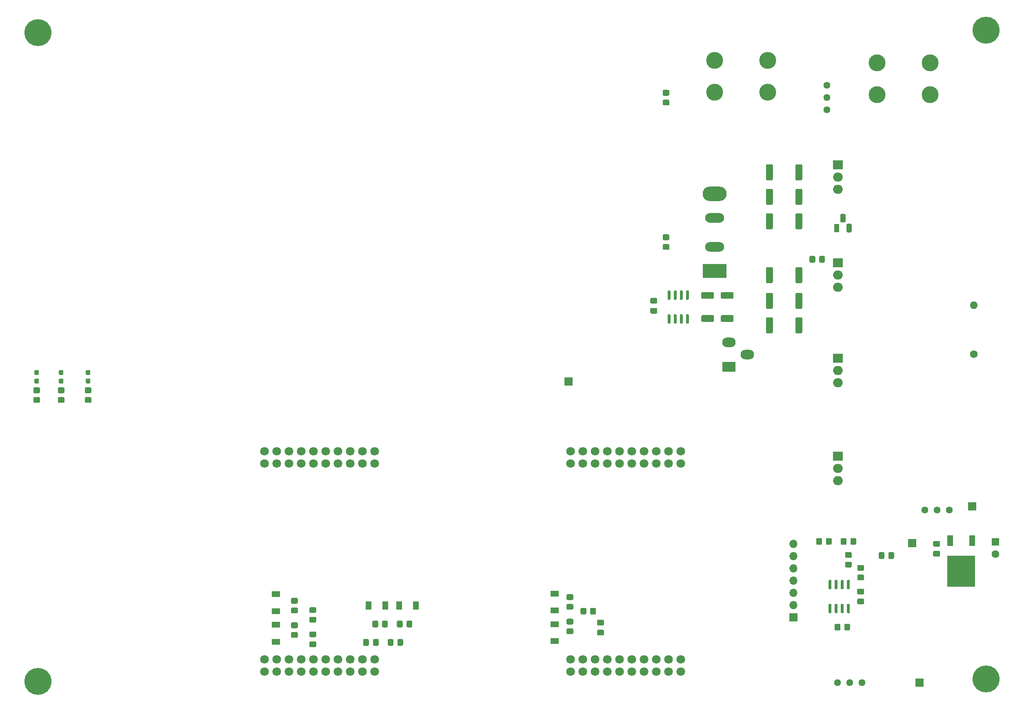
<source format=gbr>
%TF.GenerationSoftware,KiCad,Pcbnew,(5.1.12)-1*%
%TF.CreationDate,2021-11-16T18:17:41+08:00*%
%TF.ProjectId,CVModule,43564d6f-6475-46c6-952e-6b696361645f,rev?*%
%TF.SameCoordinates,Original*%
%TF.FileFunction,Soldermask,Top*%
%TF.FilePolarity,Negative*%
%FSLAX46Y46*%
G04 Gerber Fmt 4.6, Leading zero omitted, Abs format (unit mm)*
G04 Created by KiCad (PCBNEW (5.1.12)-1) date 2021-11-16 18:17:41*
%MOMM*%
%LPD*%
G01*
G04 APERTURE LIST*
%ADD10C,1.800000*%
%ADD11O,3.960000X1.980000*%
%ADD12O,5.000000X3.000000*%
%ADD13R,5.000000X3.000000*%
%ADD14O,2.000000X1.905000*%
%ADD15R,2.000000X1.905000*%
%ADD16R,1.700000X1.700000*%
%ADD17R,1.700000X1.300000*%
%ADD18R,1.600000X1.600000*%
%ADD19C,1.600000*%
%ADD20R,1.300000X1.700000*%
%ADD21C,5.600000*%
%ADD22C,3.600000*%
%ADD23O,1.700000X1.700000*%
%ADD24C,3.500000*%
%ADD25O,2.800000X2.000000*%
%ADD26R,2.800000X2.000000*%
%ADD27R,1.100000X1.800000*%
%ADD28O,1.600000X1.600000*%
%ADD29C,1.440000*%
%ADD30R,1.200000X2.200000*%
%ADD31R,5.800000X6.400000*%
G04 APERTURE END LIST*
D10*
%TO.C,U9*%
X95377001Y-168138501D03*
X97917001Y-168138501D03*
X100457001Y-168138501D03*
X102997001Y-168138501D03*
X105537001Y-168138501D03*
X108077001Y-168138501D03*
X110617001Y-168138501D03*
X113157001Y-168138501D03*
X115697001Y-168138501D03*
X118237001Y-168138501D03*
X95377001Y-165598501D03*
X97917001Y-165598501D03*
X100457001Y-165598501D03*
X102997001Y-165598501D03*
X105537001Y-165598501D03*
X108077001Y-165598501D03*
X110617001Y-165598501D03*
X113157001Y-165598501D03*
X115697001Y-165598501D03*
X118237001Y-165598501D03*
X100457001Y-122418501D03*
X115697001Y-124958501D03*
X97917001Y-122418501D03*
X110617001Y-124958501D03*
X113157001Y-124958501D03*
X95377001Y-124958501D03*
X105537001Y-122418501D03*
X95377001Y-122418501D03*
X118237001Y-124958501D03*
X108077001Y-124958501D03*
X102997001Y-122418501D03*
X108077001Y-122418501D03*
X102997001Y-124958501D03*
X115697001Y-122418501D03*
X105537001Y-124958501D03*
X113157001Y-122418501D03*
X97917001Y-124958501D03*
X100457001Y-124958501D03*
X118237001Y-122418501D03*
X110617001Y-122418501D03*
X179197001Y-124958501D03*
X163957001Y-122418501D03*
X166497001Y-122418501D03*
X174117001Y-124958501D03*
X171577001Y-124958501D03*
X181737001Y-124958501D03*
X158877001Y-122418501D03*
X169037001Y-122418501D03*
X158877001Y-124958501D03*
X176657001Y-124958501D03*
X161417001Y-122418501D03*
X181737001Y-122418501D03*
X163957001Y-124958501D03*
X161417001Y-124958501D03*
X174117001Y-122418501D03*
X163957001Y-165598501D03*
X179197001Y-168138501D03*
X161417001Y-165598501D03*
X174117001Y-168138501D03*
X176657001Y-168138501D03*
X158877001Y-168138501D03*
X169037001Y-165598501D03*
X158877001Y-165598501D03*
X181737001Y-168138501D03*
X171577001Y-168138501D03*
X166497001Y-165598501D03*
X171577001Y-165598501D03*
X166497001Y-168138501D03*
X179197001Y-165598501D03*
X169037001Y-168138501D03*
X176657001Y-165598501D03*
X161417001Y-168138501D03*
X163957001Y-168138501D03*
X181737001Y-165598501D03*
X174117001Y-165598501D03*
X179197001Y-122418501D03*
X169037001Y-124958501D03*
X166497001Y-124958501D03*
X171577001Y-122418501D03*
X176657001Y-122418501D03*
%TD*%
D11*
%TO.C,B1*%
X188792000Y-73962000D03*
D12*
X188792000Y-68962000D03*
D13*
X188792000Y-84962000D03*
D11*
X188792000Y-79962000D03*
%TD*%
D14*
%TO.C,Q5*%
X214376000Y-108204000D03*
X214376000Y-105664000D03*
D15*
X214376000Y-103124000D03*
%TD*%
D16*
%TO.C,TP12*%
X158496000Y-107950000D03*
%TD*%
%TO.C,R38*%
G36*
G01*
X159200001Y-160350000D02*
X158299999Y-160350000D01*
G75*
G02*
X158050000Y-160100001I0J249999D01*
G01*
X158050000Y-159399999D01*
G75*
G02*
X158299999Y-159150000I249999J0D01*
G01*
X159200001Y-159150000D01*
G75*
G02*
X159450000Y-159399999I0J-249999D01*
G01*
X159450000Y-160100001D01*
G75*
G02*
X159200001Y-160350000I-249999J0D01*
G01*
G37*
G36*
G01*
X159200001Y-158350000D02*
X158299999Y-158350000D01*
G75*
G02*
X158050000Y-158100001I0J249999D01*
G01*
X158050000Y-157399999D01*
G75*
G02*
X158299999Y-157150000I249999J0D01*
G01*
X159200001Y-157150000D01*
G75*
G02*
X159450000Y-157399999I0J-249999D01*
G01*
X159450000Y-158100001D01*
G75*
G02*
X159200001Y-158350000I-249999J0D01*
G01*
G37*
%TD*%
%TO.C,R37*%
G36*
G01*
X159200001Y-153270000D02*
X158299999Y-153270000D01*
G75*
G02*
X158050000Y-153020001I0J249999D01*
G01*
X158050000Y-152319999D01*
G75*
G02*
X158299999Y-152070000I249999J0D01*
G01*
X159200001Y-152070000D01*
G75*
G02*
X159450000Y-152319999I0J-249999D01*
G01*
X159450000Y-153020001D01*
G75*
G02*
X159200001Y-153270000I-249999J0D01*
G01*
G37*
G36*
G01*
X159200001Y-155270000D02*
X158299999Y-155270000D01*
G75*
G02*
X158050000Y-155020001I0J249999D01*
G01*
X158050000Y-154319999D01*
G75*
G02*
X158299999Y-154070000I249999J0D01*
G01*
X159200001Y-154070000D01*
G75*
G02*
X159450000Y-154319999I0J-249999D01*
G01*
X159450000Y-155020001D01*
G75*
G02*
X159200001Y-155270000I-249999J0D01*
G01*
G37*
%TD*%
%TO.C,R36*%
G36*
G01*
X162960000Y-156025001D02*
X162960000Y-155124999D01*
G75*
G02*
X163209999Y-154875000I249999J0D01*
G01*
X163910001Y-154875000D01*
G75*
G02*
X164160000Y-155124999I0J-249999D01*
G01*
X164160000Y-156025001D01*
G75*
G02*
X163910001Y-156275000I-249999J0D01*
G01*
X163209999Y-156275000D01*
G75*
G02*
X162960000Y-156025001I0J249999D01*
G01*
G37*
G36*
G01*
X160960000Y-156025001D02*
X160960000Y-155124999D01*
G75*
G02*
X161209999Y-154875000I249999J0D01*
G01*
X161910001Y-154875000D01*
G75*
G02*
X162160000Y-155124999I0J-249999D01*
G01*
X162160000Y-156025001D01*
G75*
G02*
X161910001Y-156275000I-249999J0D01*
G01*
X161209999Y-156275000D01*
G75*
G02*
X160960000Y-156025001I0J249999D01*
G01*
G37*
%TD*%
D14*
%TO.C,Q4*%
X214376000Y-128524000D03*
X214376000Y-125984000D03*
D15*
X214376000Y-123444000D03*
%TD*%
D17*
%TO.C,D10*%
X155575000Y-161770000D03*
X155575000Y-158270000D03*
%TD*%
%TO.C,D9*%
X155575000Y-155420000D03*
X155575000Y-151920000D03*
%TD*%
%TO.C,C12*%
G36*
G01*
X164625000Y-159432500D02*
X165575000Y-159432500D01*
G75*
G02*
X165825000Y-159682500I0J-250000D01*
G01*
X165825000Y-160357500D01*
G75*
G02*
X165575000Y-160607500I-250000J0D01*
G01*
X164625000Y-160607500D01*
G75*
G02*
X164375000Y-160357500I0J250000D01*
G01*
X164375000Y-159682500D01*
G75*
G02*
X164625000Y-159432500I250000J0D01*
G01*
G37*
G36*
G01*
X164625000Y-157357500D02*
X165575000Y-157357500D01*
G75*
G02*
X165825000Y-157607500I0J-250000D01*
G01*
X165825000Y-158282500D01*
G75*
G02*
X165575000Y-158532500I-250000J0D01*
G01*
X164625000Y-158532500D01*
G75*
G02*
X164375000Y-158282500I0J250000D01*
G01*
X164375000Y-157607500D01*
G75*
G02*
X164625000Y-157357500I250000J0D01*
G01*
G37*
%TD*%
%TO.C,C1*%
G36*
G01*
X219550000Y-152077000D02*
X218600000Y-152077000D01*
G75*
G02*
X218350000Y-151827000I0J250000D01*
G01*
X218350000Y-151152000D01*
G75*
G02*
X218600000Y-150902000I250000J0D01*
G01*
X219550000Y-150902000D01*
G75*
G02*
X219800000Y-151152000I0J-250000D01*
G01*
X219800000Y-151827000D01*
G75*
G02*
X219550000Y-152077000I-250000J0D01*
G01*
G37*
G36*
G01*
X219550000Y-154152000D02*
X218600000Y-154152000D01*
G75*
G02*
X218350000Y-153902000I0J250000D01*
G01*
X218350000Y-153227000D01*
G75*
G02*
X218600000Y-152977000I250000J0D01*
G01*
X219550000Y-152977000D01*
G75*
G02*
X219800000Y-153227000I0J-250000D01*
G01*
X219800000Y-153902000D01*
G75*
G02*
X219550000Y-154152000I-250000J0D01*
G01*
G37*
%TD*%
D18*
%TO.C,C3*%
X247015000Y-141224000D03*
D19*
X247015000Y-143724000D03*
%TD*%
%TO.C,C4*%
G36*
G01*
X234348000Y-143071000D02*
X235298000Y-143071000D01*
G75*
G02*
X235548000Y-143321000I0J-250000D01*
G01*
X235548000Y-143996000D01*
G75*
G02*
X235298000Y-144246000I-250000J0D01*
G01*
X234348000Y-144246000D01*
G75*
G02*
X234098000Y-143996000I0J250000D01*
G01*
X234098000Y-143321000D01*
G75*
G02*
X234348000Y-143071000I250000J0D01*
G01*
G37*
G36*
G01*
X234348000Y-140996000D02*
X235298000Y-140996000D01*
G75*
G02*
X235548000Y-141246000I0J-250000D01*
G01*
X235548000Y-141921000D01*
G75*
G02*
X235298000Y-142171000I-250000J0D01*
G01*
X234348000Y-142171000D01*
G75*
G02*
X234098000Y-141921000I0J250000D01*
G01*
X234098000Y-141246000D01*
G75*
G02*
X234348000Y-140996000I250000J0D01*
G01*
G37*
%TD*%
%TO.C,C7*%
G36*
G01*
X176624000Y-93827000D02*
X175674000Y-93827000D01*
G75*
G02*
X175424000Y-93577000I0J250000D01*
G01*
X175424000Y-92902000D01*
G75*
G02*
X175674000Y-92652000I250000J0D01*
G01*
X176624000Y-92652000D01*
G75*
G02*
X176874000Y-92902000I0J-250000D01*
G01*
X176874000Y-93577000D01*
G75*
G02*
X176624000Y-93827000I-250000J0D01*
G01*
G37*
G36*
G01*
X176624000Y-91752000D02*
X175674000Y-91752000D01*
G75*
G02*
X175424000Y-91502000I0J250000D01*
G01*
X175424000Y-90827000D01*
G75*
G02*
X175674000Y-90577000I250000J0D01*
G01*
X176624000Y-90577000D01*
G75*
G02*
X176874000Y-90827000I0J-250000D01*
G01*
X176874000Y-91502000D01*
G75*
G02*
X176624000Y-91752000I-250000J0D01*
G01*
G37*
%TD*%
%TO.C,C8*%
G36*
G01*
X119100000Y-161577000D02*
X119100000Y-162527000D01*
G75*
G02*
X118850000Y-162777000I-250000J0D01*
G01*
X118175000Y-162777000D01*
G75*
G02*
X117925000Y-162527000I0J250000D01*
G01*
X117925000Y-161577000D01*
G75*
G02*
X118175000Y-161327000I250000J0D01*
G01*
X118850000Y-161327000D01*
G75*
G02*
X119100000Y-161577000I0J-250000D01*
G01*
G37*
G36*
G01*
X117025000Y-161577000D02*
X117025000Y-162527000D01*
G75*
G02*
X116775000Y-162777000I-250000J0D01*
G01*
X116100000Y-162777000D01*
G75*
G02*
X115850000Y-162527000I0J250000D01*
G01*
X115850000Y-161577000D01*
G75*
G02*
X116100000Y-161327000I250000J0D01*
G01*
X116775000Y-161327000D01*
G75*
G02*
X117025000Y-161577000I0J-250000D01*
G01*
G37*
%TD*%
%TO.C,C9*%
G36*
G01*
X104935000Y-159792000D02*
X105885000Y-159792000D01*
G75*
G02*
X106135000Y-160042000I0J-250000D01*
G01*
X106135000Y-160717000D01*
G75*
G02*
X105885000Y-160967000I-250000J0D01*
G01*
X104935000Y-160967000D01*
G75*
G02*
X104685000Y-160717000I0J250000D01*
G01*
X104685000Y-160042000D01*
G75*
G02*
X104935000Y-159792000I250000J0D01*
G01*
G37*
G36*
G01*
X104935000Y-161867000D02*
X105885000Y-161867000D01*
G75*
G02*
X106135000Y-162117000I0J-250000D01*
G01*
X106135000Y-162792000D01*
G75*
G02*
X105885000Y-163042000I-250000J0D01*
G01*
X104935000Y-163042000D01*
G75*
G02*
X104685000Y-162792000I0J250000D01*
G01*
X104685000Y-162117000D01*
G75*
G02*
X104935000Y-161867000I250000J0D01*
G01*
G37*
%TD*%
%TO.C,D1*%
G36*
G01*
X48370500Y-108334000D02*
X47895500Y-108334000D01*
G75*
G02*
X47658000Y-108096500I0J237500D01*
G01*
X47658000Y-107521500D01*
G75*
G02*
X47895500Y-107284000I237500J0D01*
G01*
X48370500Y-107284000D01*
G75*
G02*
X48608000Y-107521500I0J-237500D01*
G01*
X48608000Y-108096500D01*
G75*
G02*
X48370500Y-108334000I-237500J0D01*
G01*
G37*
G36*
G01*
X48370500Y-106584000D02*
X47895500Y-106584000D01*
G75*
G02*
X47658000Y-106346500I0J237500D01*
G01*
X47658000Y-105771500D01*
G75*
G02*
X47895500Y-105534000I237500J0D01*
G01*
X48370500Y-105534000D01*
G75*
G02*
X48608000Y-105771500I0J-237500D01*
G01*
X48608000Y-106346500D01*
G75*
G02*
X48370500Y-106584000I-237500J0D01*
G01*
G37*
%TD*%
%TO.C,D3*%
G36*
G01*
X59038500Y-108334000D02*
X58563500Y-108334000D01*
G75*
G02*
X58326000Y-108096500I0J237500D01*
G01*
X58326000Y-107521500D01*
G75*
G02*
X58563500Y-107284000I237500J0D01*
G01*
X59038500Y-107284000D01*
G75*
G02*
X59276000Y-107521500I0J-237500D01*
G01*
X59276000Y-108096500D01*
G75*
G02*
X59038500Y-108334000I-237500J0D01*
G01*
G37*
G36*
G01*
X59038500Y-106584000D02*
X58563500Y-106584000D01*
G75*
G02*
X58326000Y-106346500I0J237500D01*
G01*
X58326000Y-105771500D01*
G75*
G02*
X58563500Y-105534000I237500J0D01*
G01*
X59038500Y-105534000D01*
G75*
G02*
X59276000Y-105771500I0J-237500D01*
G01*
X59276000Y-106346500D01*
G75*
G02*
X59038500Y-106584000I-237500J0D01*
G01*
G37*
%TD*%
%TO.C,D4*%
G36*
G01*
X53450500Y-106584000D02*
X52975500Y-106584000D01*
G75*
G02*
X52738000Y-106346500I0J237500D01*
G01*
X52738000Y-105771500D01*
G75*
G02*
X52975500Y-105534000I237500J0D01*
G01*
X53450500Y-105534000D01*
G75*
G02*
X53688000Y-105771500I0J-237500D01*
G01*
X53688000Y-106346500D01*
G75*
G02*
X53450500Y-106584000I-237500J0D01*
G01*
G37*
G36*
G01*
X53450500Y-108334000D02*
X52975500Y-108334000D01*
G75*
G02*
X52738000Y-108096500I0J237500D01*
G01*
X52738000Y-107521500D01*
G75*
G02*
X52975500Y-107284000I237500J0D01*
G01*
X53450500Y-107284000D01*
G75*
G02*
X53688000Y-107521500I0J-237500D01*
G01*
X53688000Y-108096500D01*
G75*
G02*
X53450500Y-108334000I-237500J0D01*
G01*
G37*
%TD*%
D20*
%TO.C,D5*%
X123345000Y-154432000D03*
X126845000Y-154432000D03*
%TD*%
%TO.C,D6*%
X120495000Y-154432000D03*
X116995000Y-154432000D03*
%TD*%
D17*
%TO.C,D7*%
X97790000Y-155547000D03*
X97790000Y-152047000D03*
%TD*%
%TO.C,D8*%
X97790000Y-158397000D03*
X97790000Y-161897000D03*
%TD*%
D21*
%TO.C,H1*%
X245110000Y-35052000D03*
D22*
X245110000Y-35052000D03*
%TD*%
%TO.C,H2*%
X48387000Y-35560000D03*
D21*
X48387000Y-35560000D03*
%TD*%
%TO.C,H3*%
X48387000Y-170180000D03*
D22*
X48387000Y-170180000D03*
%TD*%
%TO.C,H4*%
X245110000Y-169672000D03*
D21*
X245110000Y-169672000D03*
%TD*%
D16*
%TO.C,J1*%
X205105000Y-156845000D03*
D23*
X205105000Y-154305000D03*
X205105000Y-151765000D03*
X205105000Y-149225000D03*
X205105000Y-146685000D03*
X205105000Y-144145000D03*
X205105000Y-141605000D03*
%TD*%
D24*
%TO.C,P1*%
X233465000Y-48385000D03*
X233465000Y-41785000D03*
X222465000Y-48385000D03*
X222465000Y-41785000D03*
%TD*%
%TO.C,P2*%
X188810000Y-41277000D03*
X188810000Y-47877000D03*
X199810000Y-41277000D03*
X199810000Y-47877000D03*
%TD*%
D25*
%TO.C,Q2*%
X191770000Y-99822000D03*
X195580000Y-102362000D03*
D26*
X191770000Y-104862000D03*
%TD*%
%TO.C,Q6*%
G36*
G01*
X214842000Y-74647000D02*
X214842000Y-73397000D01*
G75*
G02*
X215117000Y-73122000I275000J0D01*
G01*
X215667000Y-73122000D01*
G75*
G02*
X215942000Y-73397000I0J-275000D01*
G01*
X215942000Y-74647000D01*
G75*
G02*
X215667000Y-74922000I-275000J0D01*
G01*
X215117000Y-74922000D01*
G75*
G02*
X214842000Y-74647000I0J275000D01*
G01*
G37*
G36*
G01*
X216112000Y-76717000D02*
X216112000Y-75467000D01*
G75*
G02*
X216387000Y-75192000I275000J0D01*
G01*
X216937000Y-75192000D01*
G75*
G02*
X217212000Y-75467000I0J-275000D01*
G01*
X217212000Y-76717000D01*
G75*
G02*
X216937000Y-76992000I-275000J0D01*
G01*
X216387000Y-76992000D01*
G75*
G02*
X216112000Y-76717000I0J275000D01*
G01*
G37*
D27*
X214122000Y-76092000D03*
%TD*%
%TO.C,R1*%
G36*
G01*
X210458000Y-83000001D02*
X210458000Y-82099999D01*
G75*
G02*
X210707999Y-81850000I249999J0D01*
G01*
X211408001Y-81850000D01*
G75*
G02*
X211658000Y-82099999I0J-249999D01*
G01*
X211658000Y-83000001D01*
G75*
G02*
X211408001Y-83250000I-249999J0D01*
G01*
X210707999Y-83250000D01*
G75*
G02*
X210458000Y-83000001I0J249999D01*
G01*
G37*
G36*
G01*
X208458000Y-83000001D02*
X208458000Y-82099999D01*
G75*
G02*
X208707999Y-81850000I249999J0D01*
G01*
X209408001Y-81850000D01*
G75*
G02*
X209658000Y-82099999I0J-249999D01*
G01*
X209658000Y-83000001D01*
G75*
G02*
X209408001Y-83250000I-249999J0D01*
G01*
X208707999Y-83250000D01*
G75*
G02*
X208458000Y-83000001I0J249999D01*
G01*
G37*
%TD*%
%TO.C,R2*%
G36*
G01*
X205550000Y-65941001D02*
X205550000Y-63090999D01*
G75*
G02*
X205799999Y-62841000I249999J0D01*
G01*
X206700001Y-62841000D01*
G75*
G02*
X206950000Y-63090999I0J-249999D01*
G01*
X206950000Y-65941001D01*
G75*
G02*
X206700001Y-66191000I-249999J0D01*
G01*
X205799999Y-66191000D01*
G75*
G02*
X205550000Y-65941001I0J249999D01*
G01*
G37*
G36*
G01*
X199450000Y-65941001D02*
X199450000Y-63090999D01*
G75*
G02*
X199699999Y-62841000I249999J0D01*
G01*
X200600001Y-62841000D01*
G75*
G02*
X200850000Y-63090999I0J-249999D01*
G01*
X200850000Y-65941001D01*
G75*
G02*
X200600001Y-66191000I-249999J0D01*
G01*
X199699999Y-66191000D01*
G75*
G02*
X199450000Y-65941001I0J249999D01*
G01*
G37*
%TD*%
%TO.C,R3*%
G36*
G01*
X199450000Y-92611001D02*
X199450000Y-89760999D01*
G75*
G02*
X199699999Y-89511000I249999J0D01*
G01*
X200600001Y-89511000D01*
G75*
G02*
X200850000Y-89760999I0J-249999D01*
G01*
X200850000Y-92611001D01*
G75*
G02*
X200600001Y-92861000I-249999J0D01*
G01*
X199699999Y-92861000D01*
G75*
G02*
X199450000Y-92611001I0J249999D01*
G01*
G37*
G36*
G01*
X205550000Y-92611001D02*
X205550000Y-89760999D01*
G75*
G02*
X205799999Y-89511000I249999J0D01*
G01*
X206700001Y-89511000D01*
G75*
G02*
X206950000Y-89760999I0J-249999D01*
G01*
X206950000Y-92611001D01*
G75*
G02*
X206700001Y-92861000I-249999J0D01*
G01*
X205799999Y-92861000D01*
G75*
G02*
X205550000Y-92611001I0J249999D01*
G01*
G37*
%TD*%
%TO.C,R4*%
G36*
G01*
X216865000Y-158426999D02*
X216865000Y-159327001D01*
G75*
G02*
X216615001Y-159577000I-249999J0D01*
G01*
X215914999Y-159577000D01*
G75*
G02*
X215665000Y-159327001I0J249999D01*
G01*
X215665000Y-158426999D01*
G75*
G02*
X215914999Y-158177000I249999J0D01*
G01*
X216615001Y-158177000D01*
G75*
G02*
X216865000Y-158426999I0J-249999D01*
G01*
G37*
G36*
G01*
X214865000Y-158426999D02*
X214865000Y-159327001D01*
G75*
G02*
X214615001Y-159577000I-249999J0D01*
G01*
X213914999Y-159577000D01*
G75*
G02*
X213665000Y-159327001I0J249999D01*
G01*
X213665000Y-158426999D01*
G75*
G02*
X213914999Y-158177000I249999J0D01*
G01*
X214615001Y-158177000D01*
G75*
G02*
X214865000Y-158426999I0J-249999D01*
G01*
G37*
%TD*%
%TO.C,R5*%
G36*
G01*
X222809000Y-144468001D02*
X222809000Y-143567999D01*
G75*
G02*
X223058999Y-143318000I249999J0D01*
G01*
X223759001Y-143318000D01*
G75*
G02*
X224009000Y-143567999I0J-249999D01*
G01*
X224009000Y-144468001D01*
G75*
G02*
X223759001Y-144718000I-249999J0D01*
G01*
X223058999Y-144718000D01*
G75*
G02*
X222809000Y-144468001I0J249999D01*
G01*
G37*
G36*
G01*
X224809000Y-144468001D02*
X224809000Y-143567999D01*
G75*
G02*
X225058999Y-143318000I249999J0D01*
G01*
X225759001Y-143318000D01*
G75*
G02*
X226009000Y-143567999I0J-249999D01*
G01*
X226009000Y-144468001D01*
G75*
G02*
X225759001Y-144718000I-249999J0D01*
G01*
X225058999Y-144718000D01*
G75*
G02*
X224809000Y-144468001I0J249999D01*
G01*
G37*
%TD*%
%TO.C,R7*%
G36*
G01*
X178238999Y-77394000D02*
X179139001Y-77394000D01*
G75*
G02*
X179389000Y-77643999I0J-249999D01*
G01*
X179389000Y-78344001D01*
G75*
G02*
X179139001Y-78594000I-249999J0D01*
G01*
X178238999Y-78594000D01*
G75*
G02*
X177989000Y-78344001I0J249999D01*
G01*
X177989000Y-77643999D01*
G75*
G02*
X178238999Y-77394000I249999J0D01*
G01*
G37*
G36*
G01*
X178238999Y-79394000D02*
X179139001Y-79394000D01*
G75*
G02*
X179389000Y-79643999I0J-249999D01*
G01*
X179389000Y-80344001D01*
G75*
G02*
X179139001Y-80594000I-249999J0D01*
G01*
X178238999Y-80594000D01*
G75*
G02*
X177989000Y-80344001I0J249999D01*
G01*
X177989000Y-79643999D01*
G75*
G02*
X178238999Y-79394000I249999J0D01*
G01*
G37*
%TD*%
%TO.C,R8*%
G36*
G01*
X178238999Y-49422000D02*
X179139001Y-49422000D01*
G75*
G02*
X179389000Y-49671999I0J-249999D01*
G01*
X179389000Y-50372001D01*
G75*
G02*
X179139001Y-50622000I-249999J0D01*
G01*
X178238999Y-50622000D01*
G75*
G02*
X177989000Y-50372001I0J249999D01*
G01*
X177989000Y-49671999D01*
G75*
G02*
X178238999Y-49422000I249999J0D01*
G01*
G37*
G36*
G01*
X178238999Y-47422000D02*
X179139001Y-47422000D01*
G75*
G02*
X179389000Y-47671999I0J-249999D01*
G01*
X179389000Y-48372001D01*
G75*
G02*
X179139001Y-48622000I-249999J0D01*
G01*
X178238999Y-48622000D01*
G75*
G02*
X177989000Y-48372001I0J249999D01*
G01*
X177989000Y-47671999D01*
G75*
G02*
X178238999Y-47422000I249999J0D01*
G01*
G37*
%TD*%
%TO.C,R9*%
G36*
G01*
X211055000Y-140646999D02*
X211055000Y-141547001D01*
G75*
G02*
X210805001Y-141797000I-249999J0D01*
G01*
X210104999Y-141797000D01*
G75*
G02*
X209855000Y-141547001I0J249999D01*
G01*
X209855000Y-140646999D01*
G75*
G02*
X210104999Y-140397000I249999J0D01*
G01*
X210805001Y-140397000D01*
G75*
G02*
X211055000Y-140646999I0J-249999D01*
G01*
G37*
G36*
G01*
X213055000Y-140646999D02*
X213055000Y-141547001D01*
G75*
G02*
X212805001Y-141797000I-249999J0D01*
G01*
X212104999Y-141797000D01*
G75*
G02*
X211855000Y-141547001I0J249999D01*
G01*
X211855000Y-140646999D01*
G75*
G02*
X212104999Y-140397000I249999J0D01*
G01*
X212805001Y-140397000D01*
G75*
G02*
X213055000Y-140646999I0J-249999D01*
G01*
G37*
%TD*%
%TO.C,R10*%
G36*
G01*
X214935000Y-141547001D02*
X214935000Y-140646999D01*
G75*
G02*
X215184999Y-140397000I249999J0D01*
G01*
X215885001Y-140397000D01*
G75*
G02*
X216135000Y-140646999I0J-249999D01*
G01*
X216135000Y-141547001D01*
G75*
G02*
X215885001Y-141797000I-249999J0D01*
G01*
X215184999Y-141797000D01*
G75*
G02*
X214935000Y-141547001I0J249999D01*
G01*
G37*
G36*
G01*
X216935000Y-141547001D02*
X216935000Y-140646999D01*
G75*
G02*
X217184999Y-140397000I249999J0D01*
G01*
X217885001Y-140397000D01*
G75*
G02*
X218135000Y-140646999I0J-249999D01*
G01*
X218135000Y-141547001D01*
G75*
G02*
X217885001Y-141797000I-249999J0D01*
G01*
X217184999Y-141797000D01*
G75*
G02*
X216935000Y-141547001I0J249999D01*
G01*
G37*
%TD*%
%TO.C,R11*%
G36*
G01*
X48583001Y-110344000D02*
X47682999Y-110344000D01*
G75*
G02*
X47433000Y-110094001I0J249999D01*
G01*
X47433000Y-109393999D01*
G75*
G02*
X47682999Y-109144000I249999J0D01*
G01*
X48583001Y-109144000D01*
G75*
G02*
X48833000Y-109393999I0J-249999D01*
G01*
X48833000Y-110094001D01*
G75*
G02*
X48583001Y-110344000I-249999J0D01*
G01*
G37*
G36*
G01*
X48583001Y-112344000D02*
X47682999Y-112344000D01*
G75*
G02*
X47433000Y-112094001I0J249999D01*
G01*
X47433000Y-111393999D01*
G75*
G02*
X47682999Y-111144000I249999J0D01*
G01*
X48583001Y-111144000D01*
G75*
G02*
X48833000Y-111393999I0J-249999D01*
G01*
X48833000Y-112094001D01*
G75*
G02*
X48583001Y-112344000I-249999J0D01*
G01*
G37*
%TD*%
%TO.C,R12*%
G36*
G01*
X216084999Y-145307000D02*
X216985001Y-145307000D01*
G75*
G02*
X217235000Y-145556999I0J-249999D01*
G01*
X217235000Y-146257001D01*
G75*
G02*
X216985001Y-146507000I-249999J0D01*
G01*
X216084999Y-146507000D01*
G75*
G02*
X215835000Y-146257001I0J249999D01*
G01*
X215835000Y-145556999D01*
G75*
G02*
X216084999Y-145307000I249999J0D01*
G01*
G37*
G36*
G01*
X216084999Y-143307000D02*
X216985001Y-143307000D01*
G75*
G02*
X217235000Y-143556999I0J-249999D01*
G01*
X217235000Y-144257001D01*
G75*
G02*
X216985001Y-144507000I-249999J0D01*
G01*
X216084999Y-144507000D01*
G75*
G02*
X215835000Y-144257001I0J249999D01*
G01*
X215835000Y-143556999D01*
G75*
G02*
X216084999Y-143307000I249999J0D01*
G01*
G37*
%TD*%
%TO.C,R13*%
G36*
G01*
X219525001Y-147190000D02*
X218624999Y-147190000D01*
G75*
G02*
X218375000Y-146940001I0J249999D01*
G01*
X218375000Y-146239999D01*
G75*
G02*
X218624999Y-145990000I249999J0D01*
G01*
X219525001Y-145990000D01*
G75*
G02*
X219775000Y-146239999I0J-249999D01*
G01*
X219775000Y-146940001D01*
G75*
G02*
X219525001Y-147190000I-249999J0D01*
G01*
G37*
G36*
G01*
X219525001Y-149190000D02*
X218624999Y-149190000D01*
G75*
G02*
X218375000Y-148940001I0J249999D01*
G01*
X218375000Y-148239999D01*
G75*
G02*
X218624999Y-147990000I249999J0D01*
G01*
X219525001Y-147990000D01*
G75*
G02*
X219775000Y-148239999I0J-249999D01*
G01*
X219775000Y-148940001D01*
G75*
G02*
X219525001Y-149190000I-249999J0D01*
G01*
G37*
%TD*%
%TO.C,R17*%
G36*
G01*
X192464001Y-95556000D02*
X190313999Y-95556000D01*
G75*
G02*
X190064000Y-95306001I0J249999D01*
G01*
X190064000Y-94405999D01*
G75*
G02*
X190313999Y-94156000I249999J0D01*
G01*
X192464001Y-94156000D01*
G75*
G02*
X192714000Y-94405999I0J-249999D01*
G01*
X192714000Y-95306001D01*
G75*
G02*
X192464001Y-95556000I-249999J0D01*
G01*
G37*
G36*
G01*
X192464001Y-90756000D02*
X190313999Y-90756000D01*
G75*
G02*
X190064000Y-90506001I0J249999D01*
G01*
X190064000Y-89605999D01*
G75*
G02*
X190313999Y-89356000I249999J0D01*
G01*
X192464001Y-89356000D01*
G75*
G02*
X192714000Y-89605999I0J-249999D01*
G01*
X192714000Y-90506001D01*
G75*
G02*
X192464001Y-90756000I-249999J0D01*
G01*
G37*
%TD*%
%TO.C,R19*%
G36*
G01*
X188400001Y-90756000D02*
X186249999Y-90756000D01*
G75*
G02*
X186000000Y-90506001I0J249999D01*
G01*
X186000000Y-89605999D01*
G75*
G02*
X186249999Y-89356000I249999J0D01*
G01*
X188400001Y-89356000D01*
G75*
G02*
X188650000Y-89605999I0J-249999D01*
G01*
X188650000Y-90506001D01*
G75*
G02*
X188400001Y-90756000I-249999J0D01*
G01*
G37*
G36*
G01*
X188400001Y-95556000D02*
X186249999Y-95556000D01*
G75*
G02*
X186000000Y-95306001I0J249999D01*
G01*
X186000000Y-94405999D01*
G75*
G02*
X186249999Y-94156000I249999J0D01*
G01*
X188400001Y-94156000D01*
G75*
G02*
X188650000Y-94405999I0J-249999D01*
G01*
X188650000Y-95306001D01*
G75*
G02*
X188400001Y-95556000I-249999J0D01*
G01*
G37*
%TD*%
D19*
%TO.C,R20*%
X242570000Y-102235000D03*
D28*
X242570000Y-92075000D03*
%TD*%
%TO.C,R22*%
G36*
G01*
X205550000Y-76101001D02*
X205550000Y-73250999D01*
G75*
G02*
X205799999Y-73001000I249999J0D01*
G01*
X206700001Y-73001000D01*
G75*
G02*
X206950000Y-73250999I0J-249999D01*
G01*
X206950000Y-76101001D01*
G75*
G02*
X206700001Y-76351000I-249999J0D01*
G01*
X205799999Y-76351000D01*
G75*
G02*
X205550000Y-76101001I0J249999D01*
G01*
G37*
G36*
G01*
X199450000Y-76101001D02*
X199450000Y-73250999D01*
G75*
G02*
X199699999Y-73001000I249999J0D01*
G01*
X200600001Y-73001000D01*
G75*
G02*
X200850000Y-73250999I0J-249999D01*
G01*
X200850000Y-76101001D01*
G75*
G02*
X200600001Y-76351000I-249999J0D01*
G01*
X199699999Y-76351000D01*
G75*
G02*
X199450000Y-76101001I0J249999D01*
G01*
G37*
%TD*%
%TO.C,R23*%
G36*
G01*
X199450000Y-71021001D02*
X199450000Y-68170999D01*
G75*
G02*
X199699999Y-67921000I249999J0D01*
G01*
X200600001Y-67921000D01*
G75*
G02*
X200850000Y-68170999I0J-249999D01*
G01*
X200850000Y-71021001D01*
G75*
G02*
X200600001Y-71271000I-249999J0D01*
G01*
X199699999Y-71271000D01*
G75*
G02*
X199450000Y-71021001I0J249999D01*
G01*
G37*
G36*
G01*
X205550000Y-71021001D02*
X205550000Y-68170999D01*
G75*
G02*
X205799999Y-67921000I249999J0D01*
G01*
X206700001Y-67921000D01*
G75*
G02*
X206950000Y-68170999I0J-249999D01*
G01*
X206950000Y-71021001D01*
G75*
G02*
X206700001Y-71271000I-249999J0D01*
G01*
X205799999Y-71271000D01*
G75*
G02*
X205550000Y-71021001I0J249999D01*
G01*
G37*
%TD*%
%TO.C,R24*%
G36*
G01*
X59251001Y-110344000D02*
X58350999Y-110344000D01*
G75*
G02*
X58101000Y-110094001I0J249999D01*
G01*
X58101000Y-109393999D01*
G75*
G02*
X58350999Y-109144000I249999J0D01*
G01*
X59251001Y-109144000D01*
G75*
G02*
X59501000Y-109393999I0J-249999D01*
G01*
X59501000Y-110094001D01*
G75*
G02*
X59251001Y-110344000I-249999J0D01*
G01*
G37*
G36*
G01*
X59251001Y-112344000D02*
X58350999Y-112344000D01*
G75*
G02*
X58101000Y-112094001I0J249999D01*
G01*
X58101000Y-111393999D01*
G75*
G02*
X58350999Y-111144000I249999J0D01*
G01*
X59251001Y-111144000D01*
G75*
G02*
X59501000Y-111393999I0J-249999D01*
G01*
X59501000Y-112094001D01*
G75*
G02*
X59251001Y-112344000I-249999J0D01*
G01*
G37*
%TD*%
%TO.C,R25*%
G36*
G01*
X53663001Y-112344000D02*
X52762999Y-112344000D01*
G75*
G02*
X52513000Y-112094001I0J249999D01*
G01*
X52513000Y-111393999D01*
G75*
G02*
X52762999Y-111144000I249999J0D01*
G01*
X53663001Y-111144000D01*
G75*
G02*
X53913000Y-111393999I0J-249999D01*
G01*
X53913000Y-112094001D01*
G75*
G02*
X53663001Y-112344000I-249999J0D01*
G01*
G37*
G36*
G01*
X53663001Y-110344000D02*
X52762999Y-110344000D01*
G75*
G02*
X52513000Y-110094001I0J249999D01*
G01*
X52513000Y-109393999D01*
G75*
G02*
X52762999Y-109144000I249999J0D01*
G01*
X53663001Y-109144000D01*
G75*
G02*
X53913000Y-109393999I0J-249999D01*
G01*
X53913000Y-110094001D01*
G75*
G02*
X53663001Y-110344000I-249999J0D01*
G01*
G37*
%TD*%
%TO.C,R26*%
G36*
G01*
X124155000Y-161601999D02*
X124155000Y-162502001D01*
G75*
G02*
X123905001Y-162752000I-249999J0D01*
G01*
X123204999Y-162752000D01*
G75*
G02*
X122955000Y-162502001I0J249999D01*
G01*
X122955000Y-161601999D01*
G75*
G02*
X123204999Y-161352000I249999J0D01*
G01*
X123905001Y-161352000D01*
G75*
G02*
X124155000Y-161601999I0J-249999D01*
G01*
G37*
G36*
G01*
X122155000Y-161601999D02*
X122155000Y-162502001D01*
G75*
G02*
X121905001Y-162752000I-249999J0D01*
G01*
X121204999Y-162752000D01*
G75*
G02*
X120955000Y-162502001I0J249999D01*
G01*
X120955000Y-161601999D01*
G75*
G02*
X121204999Y-161352000I249999J0D01*
G01*
X121905001Y-161352000D01*
G75*
G02*
X122155000Y-161601999I0J-249999D01*
G01*
G37*
%TD*%
%TO.C,R27*%
G36*
G01*
X122860000Y-158692001D02*
X122860000Y-157791999D01*
G75*
G02*
X123109999Y-157542000I249999J0D01*
G01*
X123810001Y-157542000D01*
G75*
G02*
X124060000Y-157791999I0J-249999D01*
G01*
X124060000Y-158692001D01*
G75*
G02*
X123810001Y-158942000I-249999J0D01*
G01*
X123109999Y-158942000D01*
G75*
G02*
X122860000Y-158692001I0J249999D01*
G01*
G37*
G36*
G01*
X124860000Y-158692001D02*
X124860000Y-157791999D01*
G75*
G02*
X125109999Y-157542000I249999J0D01*
G01*
X125810001Y-157542000D01*
G75*
G02*
X126060000Y-157791999I0J-249999D01*
G01*
X126060000Y-158692001D01*
G75*
G02*
X125810001Y-158942000I-249999J0D01*
G01*
X125109999Y-158942000D01*
G75*
G02*
X124860000Y-158692001I0J249999D01*
G01*
G37*
%TD*%
%TO.C,R28*%
G36*
G01*
X119780000Y-158692001D02*
X119780000Y-157791999D01*
G75*
G02*
X120029999Y-157542000I249999J0D01*
G01*
X120730001Y-157542000D01*
G75*
G02*
X120980000Y-157791999I0J-249999D01*
G01*
X120980000Y-158692001D01*
G75*
G02*
X120730001Y-158942000I-249999J0D01*
G01*
X120029999Y-158942000D01*
G75*
G02*
X119780000Y-158692001I0J249999D01*
G01*
G37*
G36*
G01*
X117780000Y-158692001D02*
X117780000Y-157791999D01*
G75*
G02*
X118029999Y-157542000I249999J0D01*
G01*
X118730001Y-157542000D01*
G75*
G02*
X118980000Y-157791999I0J-249999D01*
G01*
X118980000Y-158692001D01*
G75*
G02*
X118730001Y-158942000I-249999J0D01*
G01*
X118029999Y-158942000D01*
G75*
G02*
X117780000Y-158692001I0J249999D01*
G01*
G37*
%TD*%
%TO.C,R29*%
G36*
G01*
X104959999Y-156737000D02*
X105860001Y-156737000D01*
G75*
G02*
X106110000Y-156986999I0J-249999D01*
G01*
X106110000Y-157687001D01*
G75*
G02*
X105860001Y-157937000I-249999J0D01*
G01*
X104959999Y-157937000D01*
G75*
G02*
X104710000Y-157687001I0J249999D01*
G01*
X104710000Y-156986999D01*
G75*
G02*
X104959999Y-156737000I249999J0D01*
G01*
G37*
G36*
G01*
X104959999Y-154737000D02*
X105860001Y-154737000D01*
G75*
G02*
X106110000Y-154986999I0J-249999D01*
G01*
X106110000Y-155687001D01*
G75*
G02*
X105860001Y-155937000I-249999J0D01*
G01*
X104959999Y-155937000D01*
G75*
G02*
X104710000Y-155687001I0J249999D01*
G01*
X104710000Y-154986999D01*
G75*
G02*
X104959999Y-154737000I249999J0D01*
G01*
G37*
%TD*%
%TO.C,R30*%
G36*
G01*
X102050001Y-156032000D02*
X101149999Y-156032000D01*
G75*
G02*
X100900000Y-155782001I0J249999D01*
G01*
X100900000Y-155081999D01*
G75*
G02*
X101149999Y-154832000I249999J0D01*
G01*
X102050001Y-154832000D01*
G75*
G02*
X102300000Y-155081999I0J-249999D01*
G01*
X102300000Y-155782001D01*
G75*
G02*
X102050001Y-156032000I-249999J0D01*
G01*
G37*
G36*
G01*
X102050001Y-154032000D02*
X101149999Y-154032000D01*
G75*
G02*
X100900000Y-153782001I0J249999D01*
G01*
X100900000Y-153081999D01*
G75*
G02*
X101149999Y-152832000I249999J0D01*
G01*
X102050001Y-152832000D01*
G75*
G02*
X102300000Y-153081999I0J-249999D01*
G01*
X102300000Y-153782001D01*
G75*
G02*
X102050001Y-154032000I-249999J0D01*
G01*
G37*
%TD*%
%TO.C,R31*%
G36*
G01*
X102050001Y-161112000D02*
X101149999Y-161112000D01*
G75*
G02*
X100900000Y-160862001I0J249999D01*
G01*
X100900000Y-160161999D01*
G75*
G02*
X101149999Y-159912000I249999J0D01*
G01*
X102050001Y-159912000D01*
G75*
G02*
X102300000Y-160161999I0J-249999D01*
G01*
X102300000Y-160862001D01*
G75*
G02*
X102050001Y-161112000I-249999J0D01*
G01*
G37*
G36*
G01*
X102050001Y-159112000D02*
X101149999Y-159112000D01*
G75*
G02*
X100900000Y-158862001I0J249999D01*
G01*
X100900000Y-158161999D01*
G75*
G02*
X101149999Y-157912000I249999J0D01*
G01*
X102050001Y-157912000D01*
G75*
G02*
X102300000Y-158161999I0J-249999D01*
G01*
X102300000Y-158862001D01*
G75*
G02*
X102050001Y-159112000I-249999J0D01*
G01*
G37*
%TD*%
%TO.C,R32*%
G36*
G01*
X199450000Y-87277001D02*
X199450000Y-84426999D01*
G75*
G02*
X199699999Y-84177000I249999J0D01*
G01*
X200600001Y-84177000D01*
G75*
G02*
X200850000Y-84426999I0J-249999D01*
G01*
X200850000Y-87277001D01*
G75*
G02*
X200600001Y-87527000I-249999J0D01*
G01*
X199699999Y-87527000D01*
G75*
G02*
X199450000Y-87277001I0J249999D01*
G01*
G37*
G36*
G01*
X205550000Y-87277001D02*
X205550000Y-84426999D01*
G75*
G02*
X205799999Y-84177000I249999J0D01*
G01*
X206700001Y-84177000D01*
G75*
G02*
X206950000Y-84426999I0J-249999D01*
G01*
X206950000Y-87277001D01*
G75*
G02*
X206700001Y-87527000I-249999J0D01*
G01*
X205799999Y-87527000D01*
G75*
G02*
X205550000Y-87277001I0J249999D01*
G01*
G37*
%TD*%
%TO.C,R33*%
G36*
G01*
X205550000Y-97691001D02*
X205550000Y-94840999D01*
G75*
G02*
X205799999Y-94591000I249999J0D01*
G01*
X206700001Y-94591000D01*
G75*
G02*
X206950000Y-94840999I0J-249999D01*
G01*
X206950000Y-97691001D01*
G75*
G02*
X206700001Y-97941000I-249999J0D01*
G01*
X205799999Y-97941000D01*
G75*
G02*
X205550000Y-97691001I0J249999D01*
G01*
G37*
G36*
G01*
X199450000Y-97691001D02*
X199450000Y-94840999D01*
G75*
G02*
X199699999Y-94591000I249999J0D01*
G01*
X200600001Y-94591000D01*
G75*
G02*
X200850000Y-94840999I0J-249999D01*
G01*
X200850000Y-97691001D01*
G75*
G02*
X200600001Y-97941000I-249999J0D01*
G01*
X199699999Y-97941000D01*
G75*
G02*
X199450000Y-97691001I0J249999D01*
G01*
G37*
%TD*%
D29*
%TO.C,RV1*%
X212090000Y-51562000D03*
X212090000Y-49022000D03*
X212090000Y-46482000D03*
%TD*%
%TO.C,RV2*%
X214249000Y-170434000D03*
X216789000Y-170434000D03*
X219329000Y-170434000D03*
%TD*%
%TO.C,RV3*%
X237490000Y-134620000D03*
X234950000Y-134620000D03*
X232410000Y-134620000D03*
%TD*%
D16*
%TO.C,TP1*%
X231267000Y-170434000D03*
%TD*%
%TO.C,TP2*%
X242189000Y-133858000D03*
%TD*%
%TO.C,TP3*%
X229743000Y-141478000D03*
%TD*%
%TO.C,U2*%
G36*
G01*
X216385000Y-149077000D02*
X216685000Y-149077000D01*
G75*
G02*
X216835000Y-149227000I0J-150000D01*
G01*
X216835000Y-150877000D01*
G75*
G02*
X216685000Y-151027000I-150000J0D01*
G01*
X216385000Y-151027000D01*
G75*
G02*
X216235000Y-150877000I0J150000D01*
G01*
X216235000Y-149227000D01*
G75*
G02*
X216385000Y-149077000I150000J0D01*
G01*
G37*
G36*
G01*
X215115000Y-149077000D02*
X215415000Y-149077000D01*
G75*
G02*
X215565000Y-149227000I0J-150000D01*
G01*
X215565000Y-150877000D01*
G75*
G02*
X215415000Y-151027000I-150000J0D01*
G01*
X215115000Y-151027000D01*
G75*
G02*
X214965000Y-150877000I0J150000D01*
G01*
X214965000Y-149227000D01*
G75*
G02*
X215115000Y-149077000I150000J0D01*
G01*
G37*
G36*
G01*
X213845000Y-149077000D02*
X214145000Y-149077000D01*
G75*
G02*
X214295000Y-149227000I0J-150000D01*
G01*
X214295000Y-150877000D01*
G75*
G02*
X214145000Y-151027000I-150000J0D01*
G01*
X213845000Y-151027000D01*
G75*
G02*
X213695000Y-150877000I0J150000D01*
G01*
X213695000Y-149227000D01*
G75*
G02*
X213845000Y-149077000I150000J0D01*
G01*
G37*
G36*
G01*
X212575000Y-149077000D02*
X212875000Y-149077000D01*
G75*
G02*
X213025000Y-149227000I0J-150000D01*
G01*
X213025000Y-150877000D01*
G75*
G02*
X212875000Y-151027000I-150000J0D01*
G01*
X212575000Y-151027000D01*
G75*
G02*
X212425000Y-150877000I0J150000D01*
G01*
X212425000Y-149227000D01*
G75*
G02*
X212575000Y-149077000I150000J0D01*
G01*
G37*
G36*
G01*
X212575000Y-154027000D02*
X212875000Y-154027000D01*
G75*
G02*
X213025000Y-154177000I0J-150000D01*
G01*
X213025000Y-155827000D01*
G75*
G02*
X212875000Y-155977000I-150000J0D01*
G01*
X212575000Y-155977000D01*
G75*
G02*
X212425000Y-155827000I0J150000D01*
G01*
X212425000Y-154177000D01*
G75*
G02*
X212575000Y-154027000I150000J0D01*
G01*
G37*
G36*
G01*
X213845000Y-154027000D02*
X214145000Y-154027000D01*
G75*
G02*
X214295000Y-154177000I0J-150000D01*
G01*
X214295000Y-155827000D01*
G75*
G02*
X214145000Y-155977000I-150000J0D01*
G01*
X213845000Y-155977000D01*
G75*
G02*
X213695000Y-155827000I0J150000D01*
G01*
X213695000Y-154177000D01*
G75*
G02*
X213845000Y-154027000I150000J0D01*
G01*
G37*
G36*
G01*
X215115000Y-154027000D02*
X215415000Y-154027000D01*
G75*
G02*
X215565000Y-154177000I0J-150000D01*
G01*
X215565000Y-155827000D01*
G75*
G02*
X215415000Y-155977000I-150000J0D01*
G01*
X215115000Y-155977000D01*
G75*
G02*
X214965000Y-155827000I0J150000D01*
G01*
X214965000Y-154177000D01*
G75*
G02*
X215115000Y-154027000I150000J0D01*
G01*
G37*
G36*
G01*
X216385000Y-154027000D02*
X216685000Y-154027000D01*
G75*
G02*
X216835000Y-154177000I0J-150000D01*
G01*
X216835000Y-155827000D01*
G75*
G02*
X216685000Y-155977000I-150000J0D01*
G01*
X216385000Y-155977000D01*
G75*
G02*
X216235000Y-155827000I0J150000D01*
G01*
X216235000Y-154177000D01*
G75*
G02*
X216385000Y-154027000I150000J0D01*
G01*
G37*
%TD*%
D14*
%TO.C,U3*%
X214376000Y-68072000D03*
X214376000Y-65532000D03*
D15*
X214376000Y-62992000D03*
%TD*%
%TO.C,U4*%
X214376000Y-83312000D03*
D14*
X214376000Y-85852000D03*
X214376000Y-88392000D03*
%TD*%
D30*
%TO.C,U5*%
X242183000Y-140961000D03*
X237623000Y-140961000D03*
D31*
X239903000Y-147261000D03*
%TD*%
%TO.C,U8*%
G36*
G01*
X182984000Y-89006000D02*
X183284000Y-89006000D01*
G75*
G02*
X183434000Y-89156000I0J-150000D01*
G01*
X183434000Y-90806000D01*
G75*
G02*
X183284000Y-90956000I-150000J0D01*
G01*
X182984000Y-90956000D01*
G75*
G02*
X182834000Y-90806000I0J150000D01*
G01*
X182834000Y-89156000D01*
G75*
G02*
X182984000Y-89006000I150000J0D01*
G01*
G37*
G36*
G01*
X181714000Y-89006000D02*
X182014000Y-89006000D01*
G75*
G02*
X182164000Y-89156000I0J-150000D01*
G01*
X182164000Y-90806000D01*
G75*
G02*
X182014000Y-90956000I-150000J0D01*
G01*
X181714000Y-90956000D01*
G75*
G02*
X181564000Y-90806000I0J150000D01*
G01*
X181564000Y-89156000D01*
G75*
G02*
X181714000Y-89006000I150000J0D01*
G01*
G37*
G36*
G01*
X180444000Y-89006000D02*
X180744000Y-89006000D01*
G75*
G02*
X180894000Y-89156000I0J-150000D01*
G01*
X180894000Y-90806000D01*
G75*
G02*
X180744000Y-90956000I-150000J0D01*
G01*
X180444000Y-90956000D01*
G75*
G02*
X180294000Y-90806000I0J150000D01*
G01*
X180294000Y-89156000D01*
G75*
G02*
X180444000Y-89006000I150000J0D01*
G01*
G37*
G36*
G01*
X179174000Y-89006000D02*
X179474000Y-89006000D01*
G75*
G02*
X179624000Y-89156000I0J-150000D01*
G01*
X179624000Y-90806000D01*
G75*
G02*
X179474000Y-90956000I-150000J0D01*
G01*
X179174000Y-90956000D01*
G75*
G02*
X179024000Y-90806000I0J150000D01*
G01*
X179024000Y-89156000D01*
G75*
G02*
X179174000Y-89006000I150000J0D01*
G01*
G37*
G36*
G01*
X179174000Y-93956000D02*
X179474000Y-93956000D01*
G75*
G02*
X179624000Y-94106000I0J-150000D01*
G01*
X179624000Y-95756000D01*
G75*
G02*
X179474000Y-95906000I-150000J0D01*
G01*
X179174000Y-95906000D01*
G75*
G02*
X179024000Y-95756000I0J150000D01*
G01*
X179024000Y-94106000D01*
G75*
G02*
X179174000Y-93956000I150000J0D01*
G01*
G37*
G36*
G01*
X180444000Y-93956000D02*
X180744000Y-93956000D01*
G75*
G02*
X180894000Y-94106000I0J-150000D01*
G01*
X180894000Y-95756000D01*
G75*
G02*
X180744000Y-95906000I-150000J0D01*
G01*
X180444000Y-95906000D01*
G75*
G02*
X180294000Y-95756000I0J150000D01*
G01*
X180294000Y-94106000D01*
G75*
G02*
X180444000Y-93956000I150000J0D01*
G01*
G37*
G36*
G01*
X181714000Y-93956000D02*
X182014000Y-93956000D01*
G75*
G02*
X182164000Y-94106000I0J-150000D01*
G01*
X182164000Y-95756000D01*
G75*
G02*
X182014000Y-95906000I-150000J0D01*
G01*
X181714000Y-95906000D01*
G75*
G02*
X181564000Y-95756000I0J150000D01*
G01*
X181564000Y-94106000D01*
G75*
G02*
X181714000Y-93956000I150000J0D01*
G01*
G37*
G36*
G01*
X182984000Y-93956000D02*
X183284000Y-93956000D01*
G75*
G02*
X183434000Y-94106000I0J-150000D01*
G01*
X183434000Y-95756000D01*
G75*
G02*
X183284000Y-95906000I-150000J0D01*
G01*
X182984000Y-95906000D01*
G75*
G02*
X182834000Y-95756000I0J150000D01*
G01*
X182834000Y-94106000D01*
G75*
G02*
X182984000Y-93956000I150000J0D01*
G01*
G37*
%TD*%
M02*

</source>
